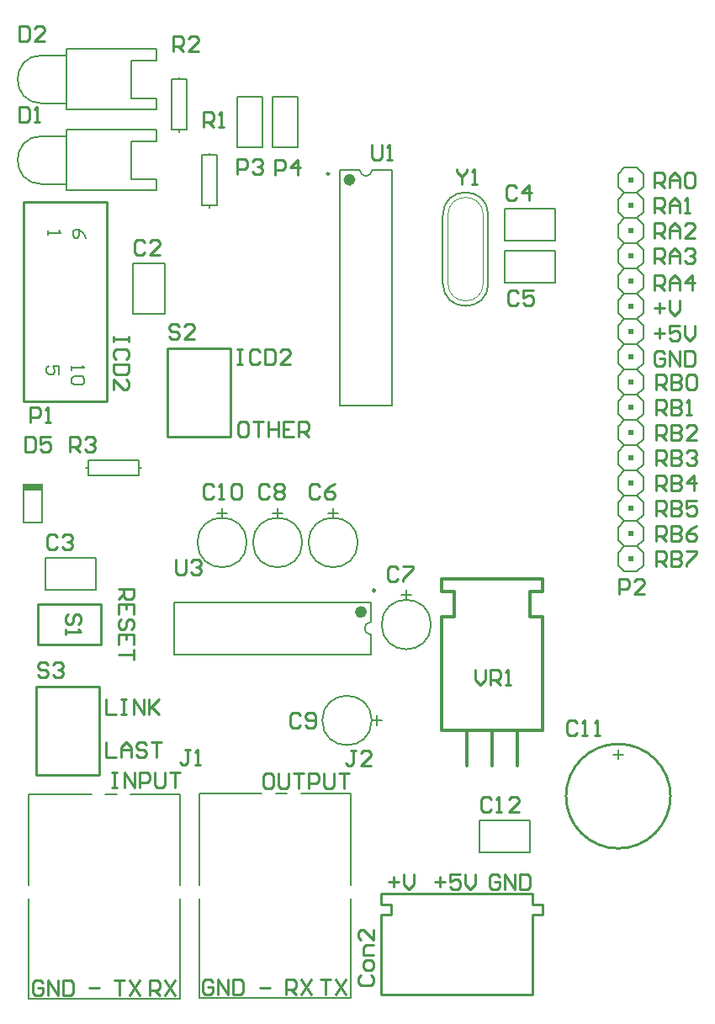
<source format=gto>
%FSLAX23Y23*%
%MOIN*%
G70*
G01*
G75*
%ADD10C,0.020*%
%ADD11C,0.047*%
%ADD12C,0.010*%
%ADD13C,0.120*%
%ADD14P,0.130X8X202.5*%
%ADD15C,0.070*%
%ADD16C,0.055*%
%ADD17C,0.060*%
G04:AMPARAMS|DCode=18|XSize=80mil|YSize=100mil|CornerRadius=0mil|HoleSize=0mil|Usage=FLASHONLY|Rotation=0.000|XOffset=0mil|YOffset=0mil|HoleType=Round|Shape=Octagon|*
%AMOCTAGOND18*
4,1,8,-0.020,0.050,0.020,0.050,0.040,0.030,0.040,-0.030,0.020,-0.050,-0.020,-0.050,-0.040,-0.030,-0.040,0.030,-0.020,0.050,0.0*
%
%ADD18OCTAGOND18*%

%ADD19P,0.213X8X22.5*%
%ADD20R,0.059X0.059*%
%ADD21C,0.059*%
%ADD22R,0.059X0.059*%
%ADD23C,0.059*%
%ADD24C,0.116*%
%ADD25R,0.059X0.059*%
%ADD26C,0.065*%
%ADD27C,0.049*%
%ADD28R,0.049X0.049*%
%ADD29R,0.049X0.049*%
%ADD30C,0.050*%
%ADD31R,0.050X0.050*%
G04:AMPARAMS|DCode=32|XSize=80mil|YSize=60mil|CornerRadius=0mil|HoleSize=0mil|Usage=FLASHONLY|Rotation=0.000|XOffset=0mil|YOffset=0mil|HoleType=Round|Shape=Octagon|*
%AMOCTAGOND32*
4,1,8,0.040,-0.015,0.040,0.015,0.025,0.030,-0.025,0.030,-0.040,0.015,-0.040,-0.015,-0.025,-0.030,0.025,-0.030,0.040,-0.015,0.0*
%
%ADD32OCTAGOND32*%

%ADD33O,0.100X0.060*%
G04:AMPARAMS|DCode=34|XSize=100mil|YSize=60mil|CornerRadius=0mil|HoleSize=0mil|Usage=FLASHONLY|Rotation=0.000|XOffset=0mil|YOffset=0mil|HoleType=Round|Shape=Octagon|*
%AMOCTAGOND34*
4,1,8,0.050,-0.015,0.050,0.015,0.035,0.030,-0.035,0.030,-0.050,0.015,-0.050,-0.015,-0.035,-0.030,0.035,-0.030,0.050,-0.015,0.0*
%
%ADD34OCTAGOND34*%

%ADD35R,0.070X0.040*%
%ADD36R,0.075X0.040*%
%ADD37C,0.005*%
%ADD38C,0.008*%
%ADD39C,0.010*%
%ADD40C,0.024*%
%ADD41C,0.002*%
%ADD42C,0.006*%
%ADD43C,0.012*%
%ADD44C,0.006*%
%ADD45C,0.008*%
%ADD46R,0.075X0.031*%
%ADD47R,0.020X0.020*%
D12*
X2521Y1096D02*
Y1410D01*
X2520Y1450D02*
Y1495D01*
X3121Y1096D02*
Y1410D01*
X3121Y1450D02*
Y1495D01*
X2520D02*
X3121D01*
X2520Y1095D02*
X3121D01*
X3121Y1450D02*
X3160D01*
Y1411D02*
Y1450D01*
X3121Y1410D02*
X3160D01*
X2521D02*
X2560D01*
Y1411D02*
Y1450D01*
X2521D02*
X2560D01*
X1675Y3305D02*
Y3655D01*
Y3305D02*
X1925D01*
Y3655D01*
X1675D02*
X1925D01*
X1155Y1965D02*
Y2315D01*
Y1965D02*
X1405D01*
Y2315D01*
X1155D02*
X1405D01*
X1160Y2640D02*
X1410D01*
Y2480D02*
Y2640D01*
X1160Y2480D02*
X1410D01*
X1160D02*
Y2640D01*
X1105Y3445D02*
Y4235D01*
Y3445D02*
X1435D01*
Y4235D01*
X1105D02*
X1435D01*
X2040Y1120D02*
X2080D01*
X1365D02*
X1405D01*
X1180Y1140D02*
X1170Y1150D01*
X1150D01*
X1140Y1140D01*
Y1100D01*
X1150Y1090D01*
X1170D01*
X1180Y1100D01*
Y1120D01*
X1160D01*
X1200Y1090D02*
Y1150D01*
X1240Y1090D01*
Y1150D01*
X1260D02*
Y1090D01*
X1290D01*
X1300Y1100D01*
Y1140D01*
X1290Y1150D01*
X1260D01*
X1465D02*
X1505D01*
X1485D01*
Y1090D01*
X1525Y1150D02*
X1565Y1090D01*
Y1150D02*
X1525Y1090D01*
X1605D02*
Y1150D01*
X1635D01*
X1645Y1140D01*
Y1120D01*
X1635Y1110D01*
X1605D01*
X1625D02*
X1645Y1090D01*
X1665Y1150D02*
X1705Y1090D01*
Y1150D02*
X1665Y1090D01*
X2280Y1155D02*
X2320D01*
X2300D01*
Y1095D01*
X2340Y1155D02*
X2380Y1095D01*
Y1155D02*
X2340Y1095D01*
X2145D02*
Y1155D01*
X2175D01*
X2185Y1145D01*
Y1125D01*
X2175Y1115D01*
X2145D01*
X2165D02*
X2185Y1095D01*
X2205Y1155D02*
X2245Y1095D01*
Y1155D02*
X2205Y1095D01*
X1855Y1145D02*
X1845Y1155D01*
X1825D01*
X1815Y1145D01*
Y1105D01*
X1825Y1095D01*
X1845D01*
X1855Y1105D01*
Y1125D01*
X1835D01*
X1875Y1095D02*
Y1155D01*
X1915Y1095D01*
Y1155D01*
X1935D02*
Y1095D01*
X1965D01*
X1975Y1105D01*
Y1145D01*
X1965Y1155D01*
X1935D01*
X2440Y1170D02*
X2430Y1160D01*
Y1140D01*
X2440Y1130D01*
X2480D01*
X2490Y1140D01*
Y1160D01*
X2480Y1170D01*
X2490Y1200D02*
Y1220D01*
X2480Y1230D01*
X2460D01*
X2450Y1220D01*
Y1200D01*
X2460Y1190D01*
X2480D01*
X2490Y1200D01*
Y1250D02*
X2450D01*
Y1280D01*
X2460Y1290D01*
X2490D01*
Y1350D02*
Y1310D01*
X2450Y1350D01*
X2440D01*
X2430Y1340D01*
Y1320D01*
X2440Y1310D01*
X1087Y4932D02*
Y4872D01*
X1117D01*
X1127Y4882D01*
Y4922D01*
X1117Y4932D01*
X1087D01*
X1187Y4872D02*
X1147D01*
X1187Y4912D01*
Y4922D01*
X1177Y4932D01*
X1157D01*
X1147Y4922D01*
X1696Y4832D02*
Y4892D01*
X1726D01*
X1736Y4882D01*
Y4862D01*
X1726Y4852D01*
X1696D01*
X1716D02*
X1736Y4832D01*
X1796D02*
X1756D01*
X1796Y4872D01*
Y4882D01*
X1786Y4892D01*
X1766D01*
X1756Y4882D01*
X1720Y3740D02*
X1710Y3750D01*
X1690D01*
X1680Y3740D01*
Y3730D01*
X1690Y3720D01*
X1710D01*
X1720Y3710D01*
Y3700D01*
X1710Y3690D01*
X1690D01*
X1680Y3700D01*
X1780Y3690D02*
X1740D01*
X1780Y3730D01*
Y3740D01*
X1770Y3750D01*
X1750D01*
X1740Y3740D01*
X2820Y4365D02*
Y4355D01*
X2840Y4335D01*
X2860Y4355D01*
Y4365D01*
X2840Y4335D02*
Y4305D01*
X2880D02*
X2900D01*
X2890D01*
Y4365D01*
X2880Y4355D01*
X2895Y2380D02*
Y2340D01*
X2915Y2320D01*
X2935Y2340D01*
Y2380D01*
X2955Y2320D02*
Y2380D01*
X2985D01*
X2995Y2370D01*
Y2350D01*
X2985Y2340D01*
X2955D01*
X2975D02*
X2995Y2320D01*
X3015D02*
X3035D01*
X3025D01*
Y2380D01*
X3015Y2370D01*
X1706Y2819D02*
Y2769D01*
X1716Y2759D01*
X1736D01*
X1746Y2769D01*
Y2819D01*
X1766Y2809D02*
X1776Y2819D01*
X1796D01*
X1806Y2809D01*
Y2799D01*
X1796Y2789D01*
X1786D01*
X1796D01*
X1806Y2779D01*
Y2769D01*
X1796Y2759D01*
X1776D01*
X1766Y2769D01*
X2485Y4460D02*
Y4410D01*
X2495Y4400D01*
X2515D01*
X2525Y4410D01*
Y4460D01*
X2545Y4400D02*
X2565D01*
X2555D01*
Y4460D01*
X2545Y4450D01*
X1200Y2400D02*
X1190Y2410D01*
X1170D01*
X1160Y2400D01*
Y2390D01*
X1170Y2380D01*
X1190D01*
X1200Y2370D01*
Y2360D01*
X1190Y2350D01*
X1170D01*
X1160Y2360D01*
X1220Y2400D02*
X1230Y2410D01*
X1250D01*
X1260Y2400D01*
Y2390D01*
X1250Y2380D01*
X1240D01*
X1250D01*
X1260Y2370D01*
Y2360D01*
X1250Y2350D01*
X1230D01*
X1220Y2360D01*
X1320Y2560D02*
X1330Y2570D01*
Y2590D01*
X1320Y2600D01*
X1310D01*
X1300Y2590D01*
Y2570D01*
X1290Y2560D01*
X1280D01*
X1270Y2570D01*
Y2590D01*
X1280Y2600D01*
X1270Y2540D02*
Y2520D01*
Y2530D01*
X1330D01*
X1320Y2540D01*
X1288Y3244D02*
Y3304D01*
X1318D01*
X1328Y3294D01*
Y3274D01*
X1318Y3264D01*
X1288D01*
X1308D02*
X1328Y3244D01*
X1348Y3294D02*
X1358Y3304D01*
X1378D01*
X1388Y3294D01*
Y3284D01*
X1378Y3274D01*
X1368D01*
X1378D01*
X1388Y3264D01*
Y3254D01*
X1378Y3244D01*
X1358D01*
X1348Y3254D01*
X1816Y4532D02*
Y4592D01*
X1846D01*
X1856Y4582D01*
Y4562D01*
X1846Y4552D01*
X1816D01*
X1836D02*
X1856Y4532D01*
X1876D02*
X1896D01*
X1886D01*
Y4592D01*
X1876Y4582D01*
X1950Y4345D02*
Y4405D01*
X1980D01*
X1990Y4395D01*
Y4375D01*
X1980Y4365D01*
X1950D01*
X2010Y4395D02*
X2020Y4405D01*
X2040D01*
X2050Y4395D01*
Y4385D01*
X2040Y4375D01*
X2030D01*
X2040D01*
X2050Y4365D01*
Y4355D01*
X2040Y4345D01*
X2020D01*
X2010Y4355D01*
X2100Y4340D02*
Y4400D01*
X2130D01*
X2140Y4390D01*
Y4370D01*
X2130Y4360D01*
X2100D01*
X2190Y4340D02*
Y4400D01*
X2160Y4370D01*
X2200D01*
X2420Y2060D02*
X2400D01*
X2410D01*
Y2010D01*
X2400Y2000D01*
X2390D01*
X2380Y2010D01*
X2480Y2000D02*
X2440D01*
X2480Y2040D01*
Y2050D01*
X2470Y2060D01*
X2450D01*
X2440Y2050D01*
X1765Y2065D02*
X1745D01*
X1755D01*
Y2015D01*
X1745Y2005D01*
X1735D01*
X1725Y2015D01*
X1785Y2005D02*
X1805D01*
X1795D01*
Y2065D01*
X1785Y2055D01*
X1109Y3303D02*
Y3243D01*
X1139D01*
X1149Y3253D01*
Y3293D01*
X1139Y3303D01*
X1109D01*
X1209D02*
X1169D01*
Y3273D01*
X1189Y3283D01*
X1199D01*
X1209Y3273D01*
Y3253D01*
X1199Y3243D01*
X1179D01*
X1169Y3253D01*
X1087Y4612D02*
Y4552D01*
X1117D01*
X1127Y4562D01*
Y4602D01*
X1117Y4612D01*
X1087D01*
X1147Y4552D02*
X1167D01*
X1157D01*
Y4612D01*
X1147Y4602D01*
X2956Y1867D02*
X2946Y1877D01*
X2926D01*
X2916Y1867D01*
Y1827D01*
X2926Y1817D01*
X2946D01*
X2956Y1827D01*
X2976Y1817D02*
X2996D01*
X2986D01*
Y1877D01*
X2976Y1867D01*
X3066Y1817D02*
X3026D01*
X3066Y1857D01*
Y1867D01*
X3056Y1877D01*
X3036D01*
X3026Y1867D01*
X3298Y2172D02*
X3288Y2182D01*
X3268D01*
X3258Y2172D01*
Y2132D01*
X3268Y2122D01*
X3288D01*
X3298Y2132D01*
X3318Y2122D02*
X3338D01*
X3328D01*
Y2182D01*
X3318Y2172D01*
X3368Y2122D02*
X3388D01*
X3378D01*
Y2182D01*
X3368Y2172D01*
X1857Y3108D02*
X1847Y3118D01*
X1827D01*
X1817Y3108D01*
Y3068D01*
X1827Y3058D01*
X1847D01*
X1857Y3068D01*
X1877Y3058D02*
X1897D01*
X1887D01*
Y3118D01*
X1877Y3108D01*
X1927D02*
X1937Y3118D01*
X1957D01*
X1967Y3108D01*
Y3068D01*
X1957Y3058D01*
X1937D01*
X1927Y3068D01*
Y3108D01*
X2200Y2200D02*
X2190Y2210D01*
X2170D01*
X2160Y2200D01*
Y2160D01*
X2170Y2150D01*
X2190D01*
X2200Y2160D01*
X2220D02*
X2230Y2150D01*
X2250D01*
X2260Y2160D01*
Y2200D01*
X2250Y2210D01*
X2230D01*
X2220Y2200D01*
Y2190D01*
X2230Y2180D01*
X2260D01*
X2077Y3108D02*
X2067Y3118D01*
X2047D01*
X2037Y3108D01*
Y3068D01*
X2047Y3058D01*
X2067D01*
X2077Y3068D01*
X2097Y3108D02*
X2107Y3118D01*
X2127D01*
X2137Y3108D01*
Y3098D01*
X2127Y3088D01*
X2137Y3078D01*
Y3068D01*
X2127Y3058D01*
X2107D01*
X2097Y3068D01*
Y3078D01*
X2107Y3088D01*
X2097Y3098D01*
Y3108D01*
X2107Y3088D02*
X2127D01*
X2587Y2782D02*
X2577Y2792D01*
X2557D01*
X2547Y2782D01*
Y2742D01*
X2557Y2732D01*
X2577D01*
X2587Y2742D01*
X2607Y2792D02*
X2647D01*
Y2782D01*
X2607Y2742D01*
Y2732D01*
X2278Y3108D02*
X2268Y3118D01*
X2248D01*
X2238Y3108D01*
Y3068D01*
X2248Y3058D01*
X2268D01*
X2278Y3068D01*
X2338Y3118D02*
X2318Y3108D01*
X2298Y3088D01*
Y3068D01*
X2308Y3058D01*
X2328D01*
X2338Y3068D01*
Y3078D01*
X2328Y3088D01*
X2298D01*
X3065Y3875D02*
X3055Y3885D01*
X3035D01*
X3025Y3875D01*
Y3835D01*
X3035Y3825D01*
X3055D01*
X3065Y3835D01*
X3125Y3885D02*
X3085D01*
Y3855D01*
X3105Y3865D01*
X3115D01*
X3125Y3855D01*
Y3835D01*
X3115Y3825D01*
X3095D01*
X3085Y3835D01*
X3056Y4292D02*
X3046Y4302D01*
X3026D01*
X3016Y4292D01*
Y4252D01*
X3026Y4242D01*
X3046D01*
X3056Y4252D01*
X3106Y4242D02*
Y4302D01*
X3076Y4272D01*
X3116D01*
X1236Y2907D02*
X1226Y2917D01*
X1206D01*
X1196Y2907D01*
Y2867D01*
X1206Y2857D01*
X1226D01*
X1236Y2867D01*
X1256Y2907D02*
X1266Y2917D01*
X1286D01*
X1296Y2907D01*
Y2897D01*
X1286Y2887D01*
X1276D01*
X1286D01*
X1296Y2877D01*
Y2867D01*
X1286Y2857D01*
X1266D01*
X1256Y2867D01*
X1583Y4074D02*
X1573Y4084D01*
X1553D01*
X1543Y4074D01*
Y4034D01*
X1553Y4024D01*
X1573D01*
X1583Y4034D01*
X1643Y4024D02*
X1603D01*
X1643Y4064D01*
Y4074D01*
X1633Y4084D01*
X1613D01*
X1603Y4074D01*
X1520Y3700D02*
Y3680D01*
Y3690D01*
X1460D01*
Y3700D01*
Y3680D01*
X1510Y3610D02*
X1520Y3620D01*
Y3640D01*
X1510Y3650D01*
X1470D01*
X1460Y3640D01*
Y3620D01*
X1470Y3610D01*
X1520Y3590D02*
X1460D01*
Y3560D01*
X1470Y3550D01*
X1510D01*
X1520Y3560D01*
Y3590D01*
X1460Y3490D02*
Y3530D01*
X1500Y3490D01*
X1510D01*
X1520Y3500D01*
Y3520D01*
X1510Y3530D01*
X1130Y3360D02*
Y3420D01*
X1160D01*
X1170Y3410D01*
Y3390D01*
X1160Y3380D01*
X1130D01*
X1190Y3360D02*
X1210D01*
X1200D01*
Y3420D01*
X1190Y3410D01*
X3465Y2680D02*
Y2740D01*
X3495D01*
X3505Y2730D01*
Y2710D01*
X3495Y2700D01*
X3465D01*
X3565Y2680D02*
X3525D01*
X3565Y2720D01*
Y2730D01*
X3555Y2740D01*
X3535D01*
X3525Y2730D01*
X1985Y3365D02*
X1965D01*
X1955Y3355D01*
Y3315D01*
X1965Y3305D01*
X1985D01*
X1995Y3315D01*
Y3355D01*
X1985Y3365D01*
X2015D02*
X2055D01*
X2035D01*
Y3305D01*
X2075Y3365D02*
Y3305D01*
Y3335D01*
X2115D01*
Y3365D01*
Y3305D01*
X2175Y3365D02*
X2135D01*
Y3305D01*
X2175D01*
X2135Y3335D02*
X2155D01*
X2195Y3305D02*
Y3365D01*
X2225D01*
X2235Y3355D01*
Y3335D01*
X2225Y3325D01*
X2195D01*
X2215D02*
X2235Y3305D01*
X1950Y3650D02*
X1970D01*
X1960D01*
Y3590D01*
X1950D01*
X1970D01*
X2040Y3640D02*
X2030Y3650D01*
X2010D01*
X2000Y3640D01*
Y3600D01*
X2010Y3590D01*
X2030D01*
X2040Y3600D01*
X2060Y3650D02*
Y3590D01*
X2090D01*
X2100Y3600D01*
Y3640D01*
X2090Y3650D01*
X2060D01*
X2160Y3590D02*
X2120D01*
X2160Y3630D01*
Y3640D01*
X2150Y3650D01*
X2130D01*
X2120Y3640D01*
X1480Y2700D02*
X1540D01*
Y2670D01*
X1530Y2660D01*
X1510D01*
X1500Y2670D01*
Y2700D01*
Y2680D02*
X1480Y2660D01*
X1540Y2600D02*
Y2640D01*
X1480D01*
Y2600D01*
X1510Y2640D02*
Y2620D01*
X1530Y2540D02*
X1540Y2550D01*
Y2570D01*
X1530Y2580D01*
X1520D01*
X1510Y2570D01*
Y2550D01*
X1500Y2540D01*
X1490D01*
X1480Y2550D01*
Y2570D01*
X1490Y2580D01*
X1540Y2480D02*
Y2520D01*
X1480D01*
Y2480D01*
X1510Y2520D02*
Y2500D01*
X1540Y2460D02*
Y2420D01*
Y2440D01*
X1480D01*
X2085Y1970D02*
X2065D01*
X2055Y1960D01*
Y1920D01*
X2065Y1910D01*
X2085D01*
X2095Y1920D01*
Y1960D01*
X2085Y1970D01*
X2115D02*
Y1920D01*
X2125Y1910D01*
X2145D01*
X2155Y1920D01*
Y1970D01*
X2175D02*
X2215D01*
X2195D01*
Y1910D01*
X2235D02*
Y1970D01*
X2265D01*
X2275Y1960D01*
Y1940D01*
X2265Y1930D01*
X2235D01*
X2295Y1970D02*
Y1920D01*
X2305Y1910D01*
X2325D01*
X2335Y1920D01*
Y1970D01*
X2355D02*
X2395D01*
X2375D01*
Y1910D01*
X1455Y1975D02*
X1475D01*
X1465D01*
Y1915D01*
X1455D01*
X1475D01*
X1505D02*
Y1975D01*
X1545Y1915D01*
Y1975D01*
X1565Y1915D02*
Y1975D01*
X1595D01*
X1605Y1965D01*
Y1945D01*
X1595Y1935D01*
X1565D01*
X1625Y1975D02*
Y1925D01*
X1635Y1915D01*
X1655D01*
X1665Y1925D01*
Y1975D01*
X1685D02*
X1725D01*
X1705D01*
Y1915D01*
X1430Y2095D02*
Y2035D01*
X1470D01*
X1490D02*
Y2075D01*
X1510Y2095D01*
X1530Y2075D01*
Y2035D01*
Y2065D01*
X1490D01*
X1590Y2085D02*
X1580Y2095D01*
X1560D01*
X1550Y2085D01*
Y2075D01*
X1560Y2065D01*
X1580D01*
X1590Y2055D01*
Y2045D01*
X1580Y2035D01*
X1560D01*
X1550Y2045D01*
X1610Y2095D02*
X1650D01*
X1630D01*
Y2035D01*
X1430Y2265D02*
Y2205D01*
X1470D01*
X1490Y2265D02*
X1510D01*
X1500D01*
Y2205D01*
X1490D01*
X1510D01*
X1540D02*
Y2265D01*
X1580Y2205D01*
Y2265D01*
X1600D02*
Y2205D01*
Y2225D01*
X1640Y2265D01*
X1610Y2235D01*
X1640Y2205D01*
X2990Y1560D02*
X2980Y1570D01*
X2960D01*
X2950Y1560D01*
Y1520D01*
X2960Y1510D01*
X2980D01*
X2990Y1520D01*
Y1540D01*
X2970D01*
X3010Y1510D02*
Y1570D01*
X3050Y1510D01*
Y1570D01*
X3070D02*
Y1510D01*
X3100D01*
X3110Y1520D01*
Y1560D01*
X3100Y1570D01*
X3070D01*
X2735Y1540D02*
X2775D01*
X2755Y1560D02*
Y1520D01*
X2835Y1570D02*
X2795D01*
Y1540D01*
X2815Y1550D01*
X2825D01*
X2835Y1540D01*
Y1520D01*
X2825Y1510D01*
X2805D01*
X2795Y1520D01*
X2855Y1570D02*
Y1530D01*
X2875Y1510D01*
X2895Y1530D01*
Y1570D01*
X2550Y1540D02*
X2590D01*
X2570Y1560D02*
Y1520D01*
X2610Y1570D02*
Y1530D01*
X2630Y1510D01*
X2650Y1530D01*
Y1570D01*
X3610Y3090D02*
Y3150D01*
X3640D01*
X3650Y3140D01*
Y3120D01*
X3640Y3110D01*
X3610D01*
X3630D02*
X3650Y3090D01*
X3670Y3150D02*
Y3090D01*
X3700D01*
X3710Y3100D01*
Y3110D01*
X3700Y3120D01*
X3670D01*
X3700D01*
X3710Y3130D01*
Y3140D01*
X3700Y3150D01*
X3670D01*
X3760Y3090D02*
Y3150D01*
X3730Y3120D01*
X3770D01*
X3610Y2990D02*
Y3050D01*
X3640D01*
X3650Y3040D01*
Y3020D01*
X3640Y3010D01*
X3610D01*
X3630D02*
X3650Y2990D01*
X3670Y3050D02*
Y2990D01*
X3700D01*
X3710Y3000D01*
Y3010D01*
X3700Y3020D01*
X3670D01*
X3700D01*
X3710Y3030D01*
Y3040D01*
X3700Y3050D01*
X3670D01*
X3770D02*
X3730D01*
Y3020D01*
X3750Y3030D01*
X3760D01*
X3770Y3020D01*
Y3000D01*
X3760Y2990D01*
X3740D01*
X3730Y3000D01*
X3610Y2890D02*
Y2950D01*
X3640D01*
X3650Y2940D01*
Y2920D01*
X3640Y2910D01*
X3610D01*
X3630D02*
X3650Y2890D01*
X3670Y2950D02*
Y2890D01*
X3700D01*
X3710Y2900D01*
Y2910D01*
X3700Y2920D01*
X3670D01*
X3700D01*
X3710Y2930D01*
Y2940D01*
X3700Y2950D01*
X3670D01*
X3770D02*
X3750Y2940D01*
X3730Y2920D01*
Y2900D01*
X3740Y2890D01*
X3760D01*
X3770Y2900D01*
Y2910D01*
X3760Y2920D01*
X3730D01*
X3610Y2790D02*
Y2850D01*
X3640D01*
X3650Y2840D01*
Y2820D01*
X3640Y2810D01*
X3610D01*
X3630D02*
X3650Y2790D01*
X3670Y2850D02*
Y2790D01*
X3700D01*
X3710Y2800D01*
Y2810D01*
X3700Y2820D01*
X3670D01*
X3700D01*
X3710Y2830D01*
Y2840D01*
X3700Y2850D01*
X3670D01*
X3730D02*
X3770D01*
Y2840D01*
X3730Y2800D01*
Y2790D01*
X3610Y3490D02*
Y3550D01*
X3640D01*
X3650Y3540D01*
Y3520D01*
X3640Y3510D01*
X3610D01*
X3630D02*
X3650Y3490D01*
X3670Y3550D02*
Y3490D01*
X3700D01*
X3710Y3500D01*
Y3510D01*
X3700Y3520D01*
X3670D01*
X3700D01*
X3710Y3530D01*
Y3540D01*
X3700Y3550D01*
X3670D01*
X3730Y3540D02*
X3740Y3550D01*
X3760D01*
X3770Y3540D01*
Y3500D01*
X3760Y3490D01*
X3740D01*
X3730Y3500D01*
Y3540D01*
X3610Y3390D02*
Y3450D01*
X3640D01*
X3650Y3440D01*
Y3420D01*
X3640Y3410D01*
X3610D01*
X3630D02*
X3650Y3390D01*
X3670Y3450D02*
Y3390D01*
X3700D01*
X3710Y3400D01*
Y3410D01*
X3700Y3420D01*
X3670D01*
X3700D01*
X3710Y3430D01*
Y3440D01*
X3700Y3450D01*
X3670D01*
X3730Y3390D02*
X3750D01*
X3740D01*
Y3450D01*
X3730Y3440D01*
X3610Y3290D02*
Y3350D01*
X3640D01*
X3650Y3340D01*
Y3320D01*
X3640Y3310D01*
X3610D01*
X3630D02*
X3650Y3290D01*
X3670Y3350D02*
Y3290D01*
X3700D01*
X3710Y3300D01*
Y3310D01*
X3700Y3320D01*
X3670D01*
X3700D01*
X3710Y3330D01*
Y3340D01*
X3700Y3350D01*
X3670D01*
X3770Y3290D02*
X3730D01*
X3770Y3330D01*
Y3340D01*
X3760Y3350D01*
X3740D01*
X3730Y3340D01*
X3610Y3190D02*
Y3250D01*
X3640D01*
X3650Y3240D01*
Y3220D01*
X3640Y3210D01*
X3610D01*
X3630D02*
X3650Y3190D01*
X3670Y3250D02*
Y3190D01*
X3700D01*
X3710Y3200D01*
Y3210D01*
X3700Y3220D01*
X3670D01*
X3700D01*
X3710Y3230D01*
Y3240D01*
X3700Y3250D01*
X3670D01*
X3730Y3240D02*
X3740Y3250D01*
X3760D01*
X3770Y3240D01*
Y3230D01*
X3760Y3220D01*
X3750D01*
X3760D01*
X3770Y3210D01*
Y3200D01*
X3760Y3190D01*
X3740D01*
X3730Y3200D01*
X3605Y3885D02*
Y3945D01*
X3635D01*
X3645Y3935D01*
Y3915D01*
X3635Y3905D01*
X3605D01*
X3625D02*
X3645Y3885D01*
X3665D02*
Y3925D01*
X3685Y3945D01*
X3705Y3925D01*
Y3885D01*
Y3915D01*
X3665D01*
X3755Y3885D02*
Y3945D01*
X3725Y3915D01*
X3765D01*
X3605Y3815D02*
X3645D01*
X3625Y3835D02*
Y3795D01*
X3665Y3845D02*
Y3805D01*
X3685Y3785D01*
X3705Y3805D01*
Y3845D01*
X3605Y3715D02*
X3645D01*
X3625Y3735D02*
Y3695D01*
X3705Y3745D02*
X3665D01*
Y3715D01*
X3685Y3725D01*
X3695D01*
X3705Y3715D01*
Y3695D01*
X3695Y3685D01*
X3675D01*
X3665Y3695D01*
X3725Y3745D02*
Y3705D01*
X3745Y3685D01*
X3765Y3705D01*
Y3745D01*
X3645Y3635D02*
X3635Y3645D01*
X3615D01*
X3605Y3635D01*
Y3595D01*
X3615Y3585D01*
X3635D01*
X3645Y3595D01*
Y3615D01*
X3625D01*
X3665Y3585D02*
Y3645D01*
X3705Y3585D01*
Y3645D01*
X3725D02*
Y3585D01*
X3755D01*
X3765Y3595D01*
Y3635D01*
X3755Y3645D01*
X3725D01*
X3605Y3990D02*
Y4050D01*
X3635D01*
X3645Y4040D01*
Y4020D01*
X3635Y4010D01*
X3605D01*
X3625D02*
X3645Y3990D01*
X3665D02*
Y4030D01*
X3685Y4050D01*
X3705Y4030D01*
Y3990D01*
Y4020D01*
X3665D01*
X3725Y4040D02*
X3735Y4050D01*
X3755D01*
X3765Y4040D01*
Y4030D01*
X3755Y4020D01*
X3745D01*
X3755D01*
X3765Y4010D01*
Y4000D01*
X3755Y3990D01*
X3735D01*
X3725Y4000D01*
X3605Y4090D02*
Y4150D01*
X3635D01*
X3645Y4140D01*
Y4120D01*
X3635Y4110D01*
X3605D01*
X3625D02*
X3645Y4090D01*
X3665D02*
Y4130D01*
X3685Y4150D01*
X3705Y4130D01*
Y4090D01*
Y4120D01*
X3665D01*
X3765Y4090D02*
X3725D01*
X3765Y4130D01*
Y4140D01*
X3755Y4150D01*
X3735D01*
X3725Y4140D01*
X3605Y4190D02*
Y4250D01*
X3635D01*
X3645Y4240D01*
Y4220D01*
X3635Y4210D01*
X3605D01*
X3625D02*
X3645Y4190D01*
X3665D02*
Y4230D01*
X3685Y4250D01*
X3705Y4230D01*
Y4190D01*
Y4220D01*
X3665D01*
X3725Y4190D02*
X3745D01*
X3735D01*
Y4250D01*
X3725Y4240D01*
X3605Y4290D02*
Y4350D01*
X3635D01*
X3645Y4340D01*
Y4320D01*
X3635Y4310D01*
X3605D01*
X3625D02*
X3645Y4290D01*
X3665D02*
Y4330D01*
X3685Y4350D01*
X3705Y4330D01*
Y4290D01*
Y4320D01*
X3665D01*
X3725Y4340D02*
X3735Y4350D01*
X3755D01*
X3765Y4340D01*
Y4300D01*
X3755Y4290D01*
X3735D01*
X3725Y4300D01*
Y4340D01*
D37*
X1175Y4815D02*
G03*
X1175Y4625I0J-95D01*
G01*
Y4495D02*
G03*
X1175Y4305I0J-95D01*
G01*
X1630Y4600D02*
Y4645D01*
X1530D02*
X1630D01*
X1530D02*
Y4795D01*
X1630D01*
Y4840D01*
X1175Y4625D02*
X1275D01*
X1175Y4815D02*
X1275D01*
Y4600D02*
X1630D01*
X1275D02*
Y4840D01*
X1630D01*
Y4280D02*
Y4325D01*
X1530D02*
X1630D01*
X1530D02*
Y4475D01*
X1630D01*
Y4520D01*
X1175Y4305D02*
X1275D01*
X1175Y4495D02*
X1275D01*
Y4280D02*
X1630D01*
X1275D02*
Y4520D01*
X1630D01*
D38*
X2480Y2570D02*
G03*
X2480Y2520I0J-25D01*
G01*
X2435Y4362D02*
G03*
X2485Y4362I25J0D01*
G01*
X1988Y2885D02*
G03*
X1988Y2885I-98J0D01*
G01*
X2483Y2180D02*
G03*
X2483Y2180I-98J0D01*
G01*
X2208Y2885D02*
G03*
X2208Y2885I-98J0D01*
G01*
X2718Y2560D02*
G03*
X2718Y2560I-98J0D01*
G01*
X2428Y2885D02*
G03*
X2428Y2885I-98J0D01*
G01*
X1720Y4511D02*
Y4520D01*
Y4720D02*
Y4729D01*
X1690Y4520D02*
X1720D01*
X1690D02*
Y4720D01*
X1750D01*
Y4520D02*
Y4720D01*
X1720Y4520D02*
X1750D01*
X1700Y2649D02*
X2480D01*
X1700Y2441D02*
X2480D01*
Y2570D02*
Y2649D01*
Y2441D02*
Y2520D01*
X1700Y2441D02*
Y2649D01*
X2356Y3428D02*
Y4362D01*
X2564Y3428D02*
Y4362D01*
X2356D02*
X2435D01*
X2485D02*
X2564D01*
X2356Y3428D02*
X2564D01*
X1560Y3180D02*
X1569D01*
X1351D02*
X1360D01*
X1560Y3150D02*
Y3180D01*
X1360Y3150D02*
X1560D01*
X1360D02*
Y3210D01*
X1560D01*
Y3180D02*
Y3210D01*
X1840Y4420D02*
Y4429D01*
Y4211D02*
Y4220D01*
Y4420D02*
X1870D01*
Y4220D02*
Y4420D01*
X1810Y4220D02*
X1870D01*
X1810D02*
Y4420D01*
X1840D01*
X1950Y4450D02*
Y4650D01*
Y4450D02*
X2050D01*
Y4650D01*
X1950D02*
X2050D01*
X2090Y4450D02*
Y4650D01*
Y4450D02*
X2190D01*
Y4650D01*
X2090D02*
X2190D01*
X1800Y1080D02*
X2400D01*
X1800D02*
Y1475D01*
Y1529D02*
Y1890D01*
X2047D01*
X2400Y1529D02*
Y1890D01*
Y1080D02*
Y1475D01*
X2203Y1890D02*
X2400D01*
X2103D02*
X2147D01*
X1125Y1078D02*
X1725D01*
X1125D02*
Y1473D01*
Y1527D02*
Y1888D01*
X1372D01*
X1725Y1527D02*
Y1888D01*
Y1078D02*
Y1473D01*
X1528Y1888D02*
X1725D01*
X1428D02*
X1472D01*
X1177Y2963D02*
Y3117D01*
X1103Y2963D02*
Y3117D01*
Y2963D02*
X1177D01*
X3110Y1657D02*
Y1783D01*
X2910Y1657D02*
Y1783D01*
X3110D01*
X2910Y1657D02*
X3110D01*
X3009Y3914D02*
Y4040D01*
X3210Y3914D02*
Y4040D01*
X3009Y3914D02*
X3210D01*
X3009Y4040D02*
X3210D01*
X3010Y4082D02*
Y4208D01*
X3210Y4082D02*
Y4208D01*
X3010Y4082D02*
X3210D01*
X3010Y4208D02*
X3210D01*
X1190Y2697D02*
Y2823D01*
X1390Y2697D02*
Y2823D01*
X1190Y2697D02*
X1390D01*
X1190Y2823D02*
X1390D01*
X1537Y3990D02*
X1663D01*
X1537Y3790D02*
X1663D01*
X1537D02*
Y3990D01*
X1663Y3790D02*
Y3990D01*
D39*
X2496Y2695D02*
G03*
X2496Y2695I-5J0D01*
G01*
X2315Y4346D02*
G03*
X2315Y4346I-5J0D01*
G01*
X3667Y1880D02*
G03*
X3667Y1880I-207J0D01*
G01*
D40*
X2452Y2610D02*
G03*
X2452Y2610I-12J0D01*
G01*
X2407Y4322D02*
G03*
X2407Y4322I-12J0D01*
G01*
D41*
X2925Y4182D02*
G03*
X2785Y4182I-70J0D01*
G01*
Y3912D02*
G03*
X2925Y3912I70J0D01*
G01*
Y4182D01*
X2785Y3912D02*
Y4182D01*
D42*
X2945D02*
G03*
X2765Y4182I-90J0D01*
G01*
Y3912D02*
G03*
X2945Y3912I90J0D01*
G01*
X3460Y2845D02*
X3485Y2870D01*
X3460Y2795D02*
Y2845D01*
Y2795D02*
X3485Y2770D01*
X3535D01*
X3560Y2795D01*
Y2845D01*
X3535Y2870D02*
X3560Y2845D01*
X3460Y4295D02*
Y4345D01*
X3485Y4370D01*
X3535D02*
X3560Y4345D01*
X3485Y4370D02*
X3535D01*
X3460Y4245D02*
X3485Y4270D01*
X3460Y4195D02*
Y4245D01*
Y4195D02*
X3485Y4170D01*
X3535D01*
X3560Y4195D01*
Y4245D01*
X3535Y4270D02*
X3560Y4245D01*
X3460Y4295D02*
X3485Y4270D01*
X3535D01*
X3560Y4295D01*
Y4345D01*
X3460Y3995D02*
Y4045D01*
X3485Y4070D01*
X3535D02*
X3560Y4045D01*
X3460Y4145D02*
X3485Y4170D01*
X3460Y4095D02*
Y4145D01*
Y4095D02*
X3485Y4070D01*
X3535D01*
X3560Y4095D01*
Y4145D01*
X3535Y4170D02*
X3560Y4145D01*
X3460Y3945D02*
X3485Y3970D01*
X3460Y3895D02*
Y3945D01*
Y3895D02*
X3485Y3870D01*
X3535D01*
X3560Y3895D01*
Y3945D01*
X3535Y3970D02*
X3560Y3945D01*
X3460Y3995D02*
X3485Y3970D01*
X3535D01*
X3560Y3995D01*
Y4045D01*
X3460Y3695D02*
Y3745D01*
X3485Y3770D01*
X3535D02*
X3560Y3745D01*
X3460Y3845D02*
X3485Y3870D01*
X3460Y3795D02*
Y3845D01*
Y3795D02*
X3485Y3770D01*
X3535D01*
X3560Y3795D01*
Y3845D01*
X3535Y3870D02*
X3560Y3845D01*
X3460Y3645D02*
X3485Y3670D01*
X3460Y3595D02*
Y3645D01*
Y3595D02*
X3485Y3570D01*
X3535D01*
X3560Y3595D01*
Y3645D01*
X3535Y3670D02*
X3560Y3645D01*
X3460Y3695D02*
X3485Y3670D01*
X3535D01*
X3560Y3695D01*
Y3745D01*
X3460Y3395D02*
Y3445D01*
X3485Y3470D01*
X3535D02*
X3560Y3445D01*
X3460Y3545D02*
X3485Y3570D01*
X3460Y3495D02*
Y3545D01*
Y3495D02*
X3485Y3470D01*
X3535D01*
X3560Y3495D01*
Y3545D01*
X3535Y3570D02*
X3560Y3545D01*
X3460Y3345D02*
X3485Y3370D01*
X3460Y3295D02*
Y3345D01*
Y3295D02*
X3485Y3270D01*
X3535D01*
X3560Y3295D01*
Y3345D01*
X3535Y3370D02*
X3560Y3345D01*
X3460Y3395D02*
X3485Y3370D01*
X3535D01*
X3560Y3395D01*
Y3445D01*
X3460Y3095D02*
Y3145D01*
X3485Y3170D01*
X3535D02*
X3560Y3145D01*
X3460Y3245D02*
X3485Y3270D01*
X3460Y3195D02*
Y3245D01*
Y3195D02*
X3485Y3170D01*
X3535D01*
X3560Y3195D01*
Y3245D01*
X3535Y3270D02*
X3560Y3245D01*
X3460Y3045D02*
X3485Y3070D01*
X3460Y2995D02*
Y3045D01*
Y2995D02*
X3485Y2970D01*
X3535D01*
X3560Y2995D01*
Y3045D01*
X3535Y3070D02*
X3560Y3045D01*
X3460Y3095D02*
X3485Y3070D01*
X3535D01*
X3560Y3095D01*
Y3145D01*
X3460Y2945D02*
X3485Y2970D01*
X3460Y2895D02*
Y2945D01*
Y2895D02*
X3485Y2870D01*
X3535D01*
X3560Y2895D01*
Y2945D01*
X3535Y2970D02*
X3560Y2945D01*
X2945Y3912D02*
Y4182D01*
X2765Y3912D02*
Y4182D01*
D43*
X3060Y2000D02*
Y2140D01*
X2960Y2000D02*
Y2140D01*
X2860Y2000D02*
Y2140D01*
X2760Y2690D02*
Y2740D01*
Y2690D02*
X2810D01*
Y2590D02*
Y2690D01*
X2760Y2590D02*
X2810D01*
X2760Y2140D02*
Y2590D01*
Y2140D02*
X3160D01*
Y2590D01*
X3110D02*
X3160D01*
X3110D02*
Y2690D01*
X3160D01*
Y2740D01*
X2760D02*
X3160D01*
D44*
X3460Y2065D02*
Y2026D01*
X3479Y2045D02*
X3440D01*
X1890Y3022D02*
Y2982D01*
X1910Y3002D02*
X1870D01*
X2522Y2180D02*
X2482D01*
X2502Y2160D02*
Y2200D01*
X2110Y3022D02*
Y2982D01*
X2130Y3002D02*
X2090D01*
X2620Y2697D02*
Y2657D01*
X2640Y2677D02*
X2600D01*
X2330Y3022D02*
Y2982D01*
X2350Y3002D02*
X2310D01*
D45*
X1200Y4120D02*
Y4103D01*
Y4112D01*
X1250D01*
X1242Y4120D01*
X1245Y3552D02*
Y3585D01*
X1220D01*
X1228Y3568D01*
Y3560D01*
X1220Y3552D01*
X1203D01*
X1195Y3560D01*
Y3577D01*
X1203Y3585D01*
X1295D02*
Y3568D01*
Y3577D01*
X1345D01*
X1337Y3585D01*
Y3543D02*
X1345Y3535D01*
Y3518D01*
X1337Y3510D01*
X1303D01*
X1295Y3518D01*
Y3535D01*
X1303Y3543D01*
X1337D01*
X1350Y4092D02*
X1342Y4108D01*
X1325Y4125D01*
X1308D01*
X1300Y4117D01*
Y4100D01*
X1308Y4092D01*
X1317D01*
X1325Y4100D01*
Y4125D01*
D46*
X1140Y3105D02*
D03*
D47*
X3510Y2820D02*
D03*
Y4320D02*
D03*
Y4220D02*
D03*
Y4120D02*
D03*
Y4020D02*
D03*
Y3920D02*
D03*
Y3820D02*
D03*
Y3720D02*
D03*
Y3620D02*
D03*
Y3520D02*
D03*
Y3420D02*
D03*
Y3320D02*
D03*
Y3220D02*
D03*
Y3120D02*
D03*
Y3020D02*
D03*
Y2920D02*
D03*
M02*

</source>
